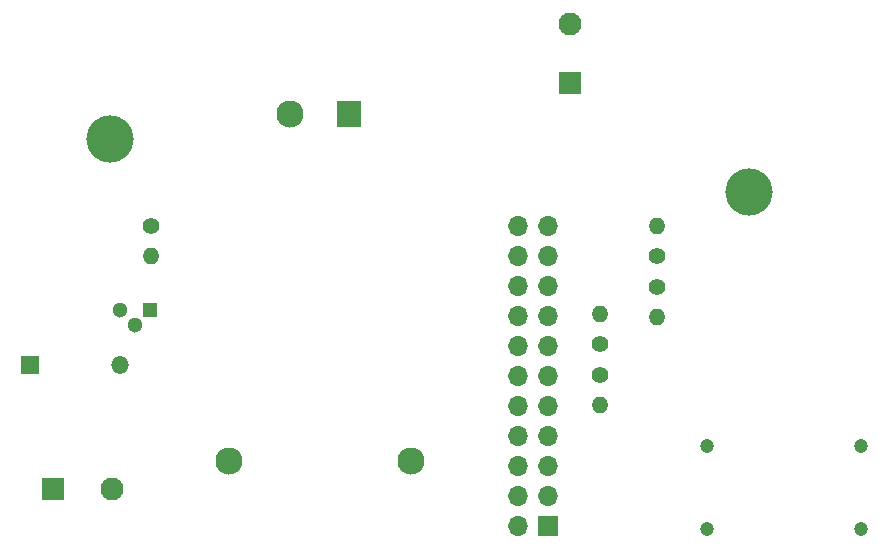
<source format=gbr>
%TF.GenerationSoftware,KiCad,Pcbnew,(6.0.8)*%
%TF.CreationDate,2022-11-26T11:41:08-06:00*%
%TF.ProjectId,tt-relay-board,74742d72-656c-4617-992d-626f6172642e,rev?*%
%TF.SameCoordinates,Original*%
%TF.FileFunction,Soldermask,Bot*%
%TF.FilePolarity,Negative*%
%FSLAX46Y46*%
G04 Gerber Fmt 4.6, Leading zero omitted, Abs format (unit mm)*
G04 Created by KiCad (PCBNEW (6.0.8)) date 2022-11-26 11:41:08*
%MOMM*%
%LPD*%
G01*
G04 APERTURE LIST*
%ADD10R,1.500000X1.500000*%
%ADD11O,1.500000X1.500000*%
%ADD12C,1.200000*%
%ADD13C,1.400000*%
%ADD14O,1.400000X1.400000*%
%ADD15R,1.950000X1.950000*%
%ADD16C,1.950000*%
%ADD17R,1.300000X1.300000*%
%ADD18C,1.300000*%
%ADD19R,2.000000X2.300000*%
%ADD20C,2.300000*%
%ADD21C,4.000000*%
%ADD22R,1.700000X1.700000*%
%ADD23O,1.700000X1.700000*%
G04 APERTURE END LIST*
D10*
%TO.C,D1*%
X48382000Y-85196000D03*
D11*
X56002000Y-85196000D03*
%TD*%
D12*
%TO.C,J8*%
X105664000Y-99027000D03*
X105664000Y-92027000D03*
%TD*%
D13*
%TO.C,R4*%
X101473000Y-75896000D03*
D14*
X101473000Y-73356000D03*
%TD*%
D15*
%TO.C,J1*%
X94113000Y-61301000D03*
D16*
X94113000Y-56301000D03*
%TD*%
D17*
%TO.C,Q1*%
X58547000Y-80518000D03*
D18*
X57277000Y-81788000D03*
X56007000Y-80518000D03*
%TD*%
D19*
%TO.C,PS1*%
X75398000Y-63923500D03*
D20*
X70398000Y-63923500D03*
X80598000Y-93323500D03*
X65198000Y-93323500D03*
%TD*%
D13*
%TO.C,R1*%
X58624000Y-73406000D03*
D14*
X58624000Y-75946000D03*
%TD*%
D13*
%TO.C,R2*%
X101473000Y-78536000D03*
D14*
X101473000Y-81076000D03*
%TD*%
D21*
%TO.C,H2*%
X109220000Y-70485000D03*
%TD*%
%TO.C,H1*%
X55118000Y-66040000D03*
%TD*%
D13*
%TO.C,R3*%
X96647000Y-86029000D03*
D14*
X96647000Y-88569000D03*
%TD*%
D12*
%TO.C,J7*%
X118745000Y-99027000D03*
X118745000Y-92027000D03*
%TD*%
D15*
%TO.C,J2*%
X50332000Y-95677000D03*
D16*
X55332000Y-95677000D03*
%TD*%
D13*
%TO.C,R5*%
X96647000Y-83389000D03*
D14*
X96647000Y-80849000D03*
%TD*%
D22*
%TO.C,J5*%
X92222000Y-98781000D03*
D23*
X89682000Y-98781000D03*
X92222000Y-96241000D03*
X89682000Y-96241000D03*
X92222000Y-93701000D03*
X89682000Y-93701000D03*
X92222000Y-91161000D03*
X89682000Y-91161000D03*
X92222000Y-88621000D03*
X89682000Y-88621000D03*
X92222000Y-86081000D03*
X89682000Y-86081000D03*
X92222000Y-83541000D03*
X89682000Y-83541000D03*
X92222000Y-81001000D03*
X89682000Y-81001000D03*
X92222000Y-78461000D03*
X89682000Y-78461000D03*
X92222000Y-75921000D03*
X89682000Y-75921000D03*
X92222000Y-73381000D03*
X89682000Y-73381000D03*
%TD*%
M02*

</source>
